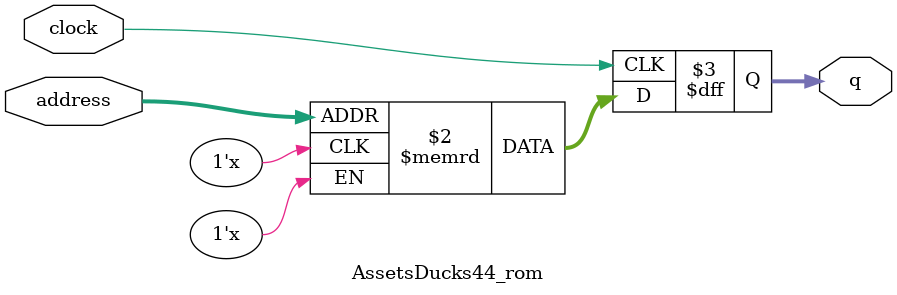
<source format=sv>
module AssetsDucks44_rom (
	input logic clock,
	input logic [11:0] address,
	output logic [3:0] q
);

logic [3:0] memory [0:4095] /* synthesis ram_init_file = "./AssetsDucks44/AssetsDucks44.mif" */;

always_ff @ (posedge clock) begin
	q <= memory[address];
end

endmodule

</source>
